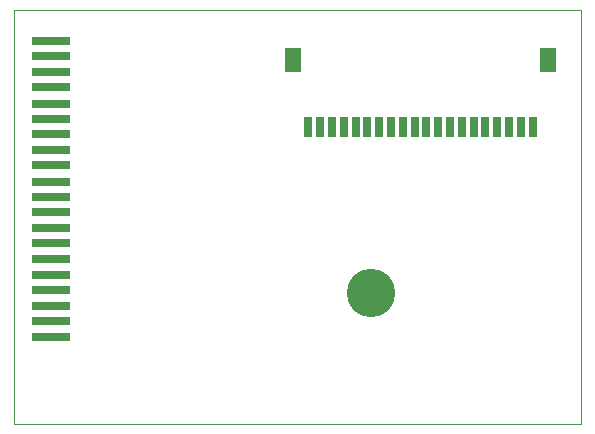
<source format=gbr>
%FSLAX34Y34*%
%MOMM*%
%LNSOLDERMASK_TOP*%
G71*
G01*
%ADD10C, 0.00*%
%ADD11R, 1.40X2.00*%
%ADD12R, 0.80X1.80*%
%ADD13C, 4.10*%
%ADD14R, 3.20X0.80*%
%LPD*%
G54D10*
X0Y350000D02*
X480000Y350000D01*
X480000Y0D01*
X0Y0D01*
X0Y350000D01*
X452000Y308000D02*
G54D11*
D03*
X236000Y308000D02*
G54D11*
D03*
X439000Y251000D02*
G54D12*
D03*
X429000Y251000D02*
G54D12*
D03*
X419000Y251000D02*
G54D12*
D03*
X409000Y251000D02*
G54D12*
D03*
X399000Y251000D02*
G54D12*
D03*
X389000Y251000D02*
G54D12*
D03*
X379000Y251000D02*
G54D12*
D03*
X369000Y251000D02*
G54D12*
D03*
X359000Y251000D02*
G54D12*
D03*
X349000Y251000D02*
G54D12*
D03*
X339000Y251000D02*
G54D12*
D03*
X329000Y251000D02*
G54D12*
D03*
X319000Y251000D02*
G54D12*
D03*
X309000Y251000D02*
G54D12*
D03*
X299000Y251000D02*
G54D12*
D03*
X289000Y251000D02*
G54D12*
D03*
X279000Y251000D02*
G54D12*
D03*
X269000Y251000D02*
G54D12*
D03*
X259000Y251000D02*
G54D12*
D03*
X249000Y251000D02*
G54D12*
D03*
X302000Y111000D02*
G54D13*
D03*
X31000Y324000D02*
G54D14*
D03*
X31000Y311000D02*
G54D14*
D03*
X31000Y298000D02*
G54D14*
D03*
X31000Y285000D02*
G54D14*
D03*
X31000Y271000D02*
G54D14*
D03*
X31000Y258000D02*
G54D14*
D03*
X31000Y245000D02*
G54D14*
D03*
X31000Y232000D02*
G54D14*
D03*
X31000Y219000D02*
G54D14*
D03*
X31000Y205000D02*
G54D14*
D03*
X31000Y192000D02*
G54D14*
D03*
X31000Y179000D02*
G54D14*
D03*
X31000Y166000D02*
G54D14*
D03*
X31000Y153000D02*
G54D14*
D03*
X31000Y139000D02*
G54D14*
D03*
X31000Y126000D02*
G54D14*
D03*
X31000Y113000D02*
G54D14*
D03*
X31000Y100000D02*
G54D14*
D03*
X31000Y87000D02*
G54D14*
D03*
X31000Y73000D02*
G54D14*
D03*
M02*

</source>
